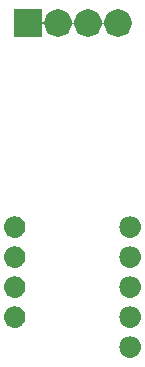
<source format=gbs>
G04 #@! TF.GenerationSoftware,KiCad,Pcbnew,(5.1.0)-1*
G04 #@! TF.CreationDate,2019-04-03T23:02:26-04:00*
G04 #@! TF.ProjectId,loadcell_daughter,6c6f6164-6365-46c6-9c5f-646175676874,rev?*
G04 #@! TF.SameCoordinates,Original*
G04 #@! TF.FileFunction,Soldermask,Bot*
G04 #@! TF.FilePolarity,Negative*
%FSLAX46Y46*%
G04 Gerber Fmt 4.6, Leading zero omitted, Abs format (unit mm)*
G04 Created by KiCad (PCBNEW (5.1.0)-1) date 2019-04-03 23:02:26*
%MOMM*%
%LPD*%
G04 APERTURE LIST*
%ADD10C,0.100000*%
G04 APERTURE END LIST*
D10*
G36*
X162797442Y-101213518D02*
G01*
X162863627Y-101220037D01*
X163033466Y-101271557D01*
X163189991Y-101355222D01*
X163225729Y-101384552D01*
X163327186Y-101467814D01*
X163410448Y-101569271D01*
X163439778Y-101605009D01*
X163523443Y-101761534D01*
X163574963Y-101931373D01*
X163592359Y-102108000D01*
X163574963Y-102284627D01*
X163523443Y-102454466D01*
X163439778Y-102610991D01*
X163410448Y-102646729D01*
X163327186Y-102748186D01*
X163225729Y-102831448D01*
X163189991Y-102860778D01*
X163033466Y-102944443D01*
X162863627Y-102995963D01*
X162797443Y-103002481D01*
X162731260Y-103009000D01*
X162642740Y-103009000D01*
X162576558Y-103002482D01*
X162510373Y-102995963D01*
X162340534Y-102944443D01*
X162184009Y-102860778D01*
X162148271Y-102831448D01*
X162046814Y-102748186D01*
X161963552Y-102646729D01*
X161934222Y-102610991D01*
X161850557Y-102454466D01*
X161799037Y-102284627D01*
X161781641Y-102108000D01*
X161799037Y-101931373D01*
X161850557Y-101761534D01*
X161934222Y-101605009D01*
X161963552Y-101569271D01*
X162046814Y-101467814D01*
X162148271Y-101384552D01*
X162184009Y-101355222D01*
X162340534Y-101271557D01*
X162510373Y-101220037D01*
X162576557Y-101213519D01*
X162642740Y-101207000D01*
X162731260Y-101207000D01*
X162797442Y-101213518D01*
X162797442Y-101213518D01*
G37*
G36*
X162797442Y-98673518D02*
G01*
X162863627Y-98680037D01*
X163033466Y-98731557D01*
X163189991Y-98815222D01*
X163225729Y-98844552D01*
X163327186Y-98927814D01*
X163410448Y-99029271D01*
X163439778Y-99065009D01*
X163523443Y-99221534D01*
X163574963Y-99391373D01*
X163592359Y-99568000D01*
X163574963Y-99744627D01*
X163523443Y-99914466D01*
X163439778Y-100070991D01*
X163410448Y-100106729D01*
X163327186Y-100208186D01*
X163225729Y-100291448D01*
X163189991Y-100320778D01*
X163033466Y-100404443D01*
X162863627Y-100455963D01*
X162797442Y-100462482D01*
X162731260Y-100469000D01*
X162642740Y-100469000D01*
X162576557Y-100462481D01*
X162510373Y-100455963D01*
X162340534Y-100404443D01*
X162184009Y-100320778D01*
X162148271Y-100291448D01*
X162046814Y-100208186D01*
X161963552Y-100106729D01*
X161934222Y-100070991D01*
X161850557Y-99914466D01*
X161799037Y-99744627D01*
X161781641Y-99568000D01*
X161799037Y-99391373D01*
X161850557Y-99221534D01*
X161934222Y-99065009D01*
X161963552Y-99029271D01*
X162046814Y-98927814D01*
X162148271Y-98844552D01*
X162184009Y-98815222D01*
X162340534Y-98731557D01*
X162510373Y-98680037D01*
X162576558Y-98673518D01*
X162642740Y-98667000D01*
X162731260Y-98667000D01*
X162797442Y-98673518D01*
X162797442Y-98673518D01*
G37*
G36*
X153037442Y-98673518D02*
G01*
X153103627Y-98680037D01*
X153273466Y-98731557D01*
X153429991Y-98815222D01*
X153465729Y-98844552D01*
X153567186Y-98927814D01*
X153650448Y-99029271D01*
X153679778Y-99065009D01*
X153763443Y-99221534D01*
X153814963Y-99391373D01*
X153832359Y-99568000D01*
X153814963Y-99744627D01*
X153763443Y-99914466D01*
X153679778Y-100070991D01*
X153650448Y-100106729D01*
X153567186Y-100208186D01*
X153465729Y-100291448D01*
X153429991Y-100320778D01*
X153273466Y-100404443D01*
X153103627Y-100455963D01*
X153037442Y-100462482D01*
X152971260Y-100469000D01*
X152882740Y-100469000D01*
X152816557Y-100462481D01*
X152750373Y-100455963D01*
X152580534Y-100404443D01*
X152424009Y-100320778D01*
X152388271Y-100291448D01*
X152286814Y-100208186D01*
X152203552Y-100106729D01*
X152174222Y-100070991D01*
X152090557Y-99914466D01*
X152039037Y-99744627D01*
X152021641Y-99568000D01*
X152039037Y-99391373D01*
X152090557Y-99221534D01*
X152174222Y-99065009D01*
X152203552Y-99029271D01*
X152286814Y-98927814D01*
X152388271Y-98844552D01*
X152424009Y-98815222D01*
X152580534Y-98731557D01*
X152750373Y-98680037D01*
X152816558Y-98673518D01*
X152882740Y-98667000D01*
X152971260Y-98667000D01*
X153037442Y-98673518D01*
X153037442Y-98673518D01*
G37*
G36*
X162797443Y-96133519D02*
G01*
X162863627Y-96140037D01*
X163033466Y-96191557D01*
X163189991Y-96275222D01*
X163225729Y-96304552D01*
X163327186Y-96387814D01*
X163410448Y-96489271D01*
X163439778Y-96525009D01*
X163523443Y-96681534D01*
X163574963Y-96851373D01*
X163592359Y-97028000D01*
X163574963Y-97204627D01*
X163523443Y-97374466D01*
X163439778Y-97530991D01*
X163410448Y-97566729D01*
X163327186Y-97668186D01*
X163225729Y-97751448D01*
X163189991Y-97780778D01*
X163033466Y-97864443D01*
X162863627Y-97915963D01*
X162797442Y-97922482D01*
X162731260Y-97929000D01*
X162642740Y-97929000D01*
X162576558Y-97922482D01*
X162510373Y-97915963D01*
X162340534Y-97864443D01*
X162184009Y-97780778D01*
X162148271Y-97751448D01*
X162046814Y-97668186D01*
X161963552Y-97566729D01*
X161934222Y-97530991D01*
X161850557Y-97374466D01*
X161799037Y-97204627D01*
X161781641Y-97028000D01*
X161799037Y-96851373D01*
X161850557Y-96681534D01*
X161934222Y-96525009D01*
X161963552Y-96489271D01*
X162046814Y-96387814D01*
X162148271Y-96304552D01*
X162184009Y-96275222D01*
X162340534Y-96191557D01*
X162510373Y-96140037D01*
X162576557Y-96133519D01*
X162642740Y-96127000D01*
X162731260Y-96127000D01*
X162797443Y-96133519D01*
X162797443Y-96133519D01*
G37*
G36*
X153037443Y-96133519D02*
G01*
X153103627Y-96140037D01*
X153273466Y-96191557D01*
X153429991Y-96275222D01*
X153465729Y-96304552D01*
X153567186Y-96387814D01*
X153650448Y-96489271D01*
X153679778Y-96525009D01*
X153763443Y-96681534D01*
X153814963Y-96851373D01*
X153832359Y-97028000D01*
X153814963Y-97204627D01*
X153763443Y-97374466D01*
X153679778Y-97530991D01*
X153650448Y-97566729D01*
X153567186Y-97668186D01*
X153465729Y-97751448D01*
X153429991Y-97780778D01*
X153273466Y-97864443D01*
X153103627Y-97915963D01*
X153037442Y-97922482D01*
X152971260Y-97929000D01*
X152882740Y-97929000D01*
X152816558Y-97922482D01*
X152750373Y-97915963D01*
X152580534Y-97864443D01*
X152424009Y-97780778D01*
X152388271Y-97751448D01*
X152286814Y-97668186D01*
X152203552Y-97566729D01*
X152174222Y-97530991D01*
X152090557Y-97374466D01*
X152039037Y-97204627D01*
X152021641Y-97028000D01*
X152039037Y-96851373D01*
X152090557Y-96681534D01*
X152174222Y-96525009D01*
X152203552Y-96489271D01*
X152286814Y-96387814D01*
X152388271Y-96304552D01*
X152424009Y-96275222D01*
X152580534Y-96191557D01*
X152750373Y-96140037D01*
X152816557Y-96133519D01*
X152882740Y-96127000D01*
X152971260Y-96127000D01*
X153037443Y-96133519D01*
X153037443Y-96133519D01*
G37*
G36*
X153037442Y-93593518D02*
G01*
X153103627Y-93600037D01*
X153273466Y-93651557D01*
X153429991Y-93735222D01*
X153465729Y-93764552D01*
X153567186Y-93847814D01*
X153650448Y-93949271D01*
X153679778Y-93985009D01*
X153763443Y-94141534D01*
X153814963Y-94311373D01*
X153832359Y-94488000D01*
X153814963Y-94664627D01*
X153763443Y-94834466D01*
X153679778Y-94990991D01*
X153650448Y-95026729D01*
X153567186Y-95128186D01*
X153465729Y-95211448D01*
X153429991Y-95240778D01*
X153273466Y-95324443D01*
X153103627Y-95375963D01*
X153037443Y-95382481D01*
X152971260Y-95389000D01*
X152882740Y-95389000D01*
X152816557Y-95382481D01*
X152750373Y-95375963D01*
X152580534Y-95324443D01*
X152424009Y-95240778D01*
X152388271Y-95211448D01*
X152286814Y-95128186D01*
X152203552Y-95026729D01*
X152174222Y-94990991D01*
X152090557Y-94834466D01*
X152039037Y-94664627D01*
X152021641Y-94488000D01*
X152039037Y-94311373D01*
X152090557Y-94141534D01*
X152174222Y-93985009D01*
X152203552Y-93949271D01*
X152286814Y-93847814D01*
X152388271Y-93764552D01*
X152424009Y-93735222D01*
X152580534Y-93651557D01*
X152750373Y-93600037D01*
X152816557Y-93593519D01*
X152882740Y-93587000D01*
X152971260Y-93587000D01*
X153037442Y-93593518D01*
X153037442Y-93593518D01*
G37*
G36*
X162797442Y-93593518D02*
G01*
X162863627Y-93600037D01*
X163033466Y-93651557D01*
X163189991Y-93735222D01*
X163225729Y-93764552D01*
X163327186Y-93847814D01*
X163410448Y-93949271D01*
X163439778Y-93985009D01*
X163523443Y-94141534D01*
X163574963Y-94311373D01*
X163592359Y-94488000D01*
X163574963Y-94664627D01*
X163523443Y-94834466D01*
X163439778Y-94990991D01*
X163410448Y-95026729D01*
X163327186Y-95128186D01*
X163225729Y-95211448D01*
X163189991Y-95240778D01*
X163033466Y-95324443D01*
X162863627Y-95375963D01*
X162797443Y-95382481D01*
X162731260Y-95389000D01*
X162642740Y-95389000D01*
X162576557Y-95382481D01*
X162510373Y-95375963D01*
X162340534Y-95324443D01*
X162184009Y-95240778D01*
X162148271Y-95211448D01*
X162046814Y-95128186D01*
X161963552Y-95026729D01*
X161934222Y-94990991D01*
X161850557Y-94834466D01*
X161799037Y-94664627D01*
X161781641Y-94488000D01*
X161799037Y-94311373D01*
X161850557Y-94141534D01*
X161934222Y-93985009D01*
X161963552Y-93949271D01*
X162046814Y-93847814D01*
X162148271Y-93764552D01*
X162184009Y-93735222D01*
X162340534Y-93651557D01*
X162510373Y-93600037D01*
X162576557Y-93593519D01*
X162642740Y-93587000D01*
X162731260Y-93587000D01*
X162797442Y-93593518D01*
X162797442Y-93593518D01*
G37*
G36*
X162797442Y-91053518D02*
G01*
X162863627Y-91060037D01*
X163033466Y-91111557D01*
X163189991Y-91195222D01*
X163225729Y-91224552D01*
X163327186Y-91307814D01*
X163410448Y-91409271D01*
X163439778Y-91445009D01*
X163523443Y-91601534D01*
X163574963Y-91771373D01*
X163592359Y-91948000D01*
X163574963Y-92124627D01*
X163523443Y-92294466D01*
X163439778Y-92450991D01*
X163410448Y-92486729D01*
X163327186Y-92588186D01*
X163225729Y-92671448D01*
X163189991Y-92700778D01*
X163033466Y-92784443D01*
X162863627Y-92835963D01*
X162797442Y-92842482D01*
X162731260Y-92849000D01*
X162642740Y-92849000D01*
X162576558Y-92842482D01*
X162510373Y-92835963D01*
X162340534Y-92784443D01*
X162184009Y-92700778D01*
X162148271Y-92671448D01*
X162046814Y-92588186D01*
X161963552Y-92486729D01*
X161934222Y-92450991D01*
X161850557Y-92294466D01*
X161799037Y-92124627D01*
X161781641Y-91948000D01*
X161799037Y-91771373D01*
X161850557Y-91601534D01*
X161934222Y-91445009D01*
X161963552Y-91409271D01*
X162046814Y-91307814D01*
X162148271Y-91224552D01*
X162184009Y-91195222D01*
X162340534Y-91111557D01*
X162510373Y-91060037D01*
X162576558Y-91053518D01*
X162642740Y-91047000D01*
X162731260Y-91047000D01*
X162797442Y-91053518D01*
X162797442Y-91053518D01*
G37*
G36*
X153037442Y-91053518D02*
G01*
X153103627Y-91060037D01*
X153273466Y-91111557D01*
X153429991Y-91195222D01*
X153465729Y-91224552D01*
X153567186Y-91307814D01*
X153650448Y-91409271D01*
X153679778Y-91445009D01*
X153763443Y-91601534D01*
X153814963Y-91771373D01*
X153832359Y-91948000D01*
X153814963Y-92124627D01*
X153763443Y-92294466D01*
X153679778Y-92450991D01*
X153650448Y-92486729D01*
X153567186Y-92588186D01*
X153465729Y-92671448D01*
X153429991Y-92700778D01*
X153273466Y-92784443D01*
X153103627Y-92835963D01*
X153037442Y-92842482D01*
X152971260Y-92849000D01*
X152882740Y-92849000D01*
X152816558Y-92842482D01*
X152750373Y-92835963D01*
X152580534Y-92784443D01*
X152424009Y-92700778D01*
X152388271Y-92671448D01*
X152286814Y-92588186D01*
X152203552Y-92486729D01*
X152174222Y-92450991D01*
X152090557Y-92294466D01*
X152039037Y-92124627D01*
X152021641Y-91948000D01*
X152039037Y-91771373D01*
X152090557Y-91601534D01*
X152174222Y-91445009D01*
X152203552Y-91409271D01*
X152286814Y-91307814D01*
X152388271Y-91224552D01*
X152424009Y-91195222D01*
X152580534Y-91111557D01*
X152750373Y-91060037D01*
X152816558Y-91053518D01*
X152882740Y-91047000D01*
X152971260Y-91047000D01*
X153037442Y-91053518D01*
X153037442Y-91053518D01*
G37*
G36*
X155202000Y-74490007D02*
G01*
X155204402Y-74514393D01*
X155211515Y-74537842D01*
X155223066Y-74559453D01*
X155238611Y-74578395D01*
X155257553Y-74593940D01*
X155279164Y-74605491D01*
X155302613Y-74612604D01*
X155326999Y-74615006D01*
X155351385Y-74612604D01*
X155374834Y-74605491D01*
X155396445Y-74593940D01*
X155415387Y-74578395D01*
X155430932Y-74559453D01*
X155442483Y-74537842D01*
X155449596Y-74514393D01*
X155484232Y-74340267D01*
X155570996Y-74130799D01*
X155570997Y-74130797D01*
X155696960Y-73942280D01*
X155857280Y-73781960D01*
X156045797Y-73655997D01*
X156255266Y-73569232D01*
X156366451Y-73547116D01*
X156477635Y-73525000D01*
X156704365Y-73525000D01*
X156815549Y-73547116D01*
X156926734Y-73569232D01*
X157136203Y-73655997D01*
X157324720Y-73781960D01*
X157485040Y-73942280D01*
X157611003Y-74130797D01*
X157611004Y-74130799D01*
X157697768Y-74340267D01*
X157738403Y-74544552D01*
X157745516Y-74568001D01*
X157757067Y-74589612D01*
X157772612Y-74608554D01*
X157791554Y-74624099D01*
X157813165Y-74635650D01*
X157836614Y-74642763D01*
X157861000Y-74645165D01*
X157885386Y-74642763D01*
X157908835Y-74635650D01*
X157930446Y-74624099D01*
X157949388Y-74608554D01*
X157964933Y-74589612D01*
X157976484Y-74568001D01*
X157983597Y-74544552D01*
X158024232Y-74340267D01*
X158110996Y-74130799D01*
X158110997Y-74130797D01*
X158236960Y-73942280D01*
X158397280Y-73781960D01*
X158585797Y-73655997D01*
X158795266Y-73569232D01*
X158906451Y-73547116D01*
X159017635Y-73525000D01*
X159244365Y-73525000D01*
X159355549Y-73547116D01*
X159466734Y-73569232D01*
X159676203Y-73655997D01*
X159864720Y-73781960D01*
X160025040Y-73942280D01*
X160151003Y-74130797D01*
X160151004Y-74130799D01*
X160237768Y-74340267D01*
X160278403Y-74544552D01*
X160285516Y-74568001D01*
X160297067Y-74589612D01*
X160312612Y-74608554D01*
X160331554Y-74624099D01*
X160353165Y-74635650D01*
X160376614Y-74642763D01*
X160401000Y-74645165D01*
X160425386Y-74642763D01*
X160448835Y-74635650D01*
X160470446Y-74624099D01*
X160489388Y-74608554D01*
X160504933Y-74589612D01*
X160516484Y-74568001D01*
X160523597Y-74544552D01*
X160564232Y-74340267D01*
X160650996Y-74130799D01*
X160650997Y-74130797D01*
X160776960Y-73942280D01*
X160937280Y-73781960D01*
X161125797Y-73655997D01*
X161335266Y-73569232D01*
X161446451Y-73547116D01*
X161557635Y-73525000D01*
X161784365Y-73525000D01*
X161895549Y-73547116D01*
X162006734Y-73569232D01*
X162216203Y-73655997D01*
X162404720Y-73781960D01*
X162565040Y-73942280D01*
X162691003Y-74130797D01*
X162777768Y-74340266D01*
X162822000Y-74562636D01*
X162822000Y-74789364D01*
X162777768Y-75011734D01*
X162691003Y-75221203D01*
X162565040Y-75409720D01*
X162404720Y-75570040D01*
X162216203Y-75696003D01*
X162006734Y-75782768D01*
X161895549Y-75804884D01*
X161784365Y-75827000D01*
X161557635Y-75827000D01*
X161446451Y-75804884D01*
X161335266Y-75782768D01*
X161125797Y-75696003D01*
X160937280Y-75570040D01*
X160776960Y-75409720D01*
X160650997Y-75221203D01*
X160564232Y-75011734D01*
X160523597Y-74807448D01*
X160516484Y-74783999D01*
X160504933Y-74762388D01*
X160489388Y-74743446D01*
X160470446Y-74727901D01*
X160448835Y-74716350D01*
X160425386Y-74709237D01*
X160401000Y-74706835D01*
X160376614Y-74709237D01*
X160353165Y-74716350D01*
X160331554Y-74727901D01*
X160312612Y-74743446D01*
X160297067Y-74762388D01*
X160285516Y-74783999D01*
X160278403Y-74807448D01*
X160237768Y-75011734D01*
X160151003Y-75221203D01*
X160025040Y-75409720D01*
X159864720Y-75570040D01*
X159676203Y-75696003D01*
X159466734Y-75782768D01*
X159355549Y-75804884D01*
X159244365Y-75827000D01*
X159017635Y-75827000D01*
X158906451Y-75804884D01*
X158795266Y-75782768D01*
X158585797Y-75696003D01*
X158397280Y-75570040D01*
X158236960Y-75409720D01*
X158110997Y-75221203D01*
X158024232Y-75011734D01*
X157983597Y-74807448D01*
X157976484Y-74783999D01*
X157964933Y-74762388D01*
X157949388Y-74743446D01*
X157930446Y-74727901D01*
X157908835Y-74716350D01*
X157885386Y-74709237D01*
X157861000Y-74706835D01*
X157836614Y-74709237D01*
X157813165Y-74716350D01*
X157791554Y-74727901D01*
X157772612Y-74743446D01*
X157757067Y-74762388D01*
X157745516Y-74783999D01*
X157738403Y-74807448D01*
X157697768Y-75011734D01*
X157611003Y-75221203D01*
X157485040Y-75409720D01*
X157324720Y-75570040D01*
X157136203Y-75696003D01*
X156926734Y-75782768D01*
X156815549Y-75804884D01*
X156704365Y-75827000D01*
X156477635Y-75827000D01*
X156366451Y-75804884D01*
X156255266Y-75782768D01*
X156045797Y-75696003D01*
X155857280Y-75570040D01*
X155696960Y-75409720D01*
X155570997Y-75221203D01*
X155484232Y-75011734D01*
X155449596Y-74837607D01*
X155442483Y-74814158D01*
X155430932Y-74792547D01*
X155415387Y-74773605D01*
X155396445Y-74758060D01*
X155374834Y-74746509D01*
X155351385Y-74739396D01*
X155326999Y-74736994D01*
X155302613Y-74739396D01*
X155279164Y-74746509D01*
X155257553Y-74758060D01*
X155238611Y-74773605D01*
X155223066Y-74792547D01*
X155211515Y-74814158D01*
X155204402Y-74837607D01*
X155202000Y-74861993D01*
X155202000Y-75827000D01*
X152900000Y-75827000D01*
X152900000Y-73525000D01*
X155202000Y-73525000D01*
X155202000Y-74490007D01*
X155202000Y-74490007D01*
G37*
M02*

</source>
